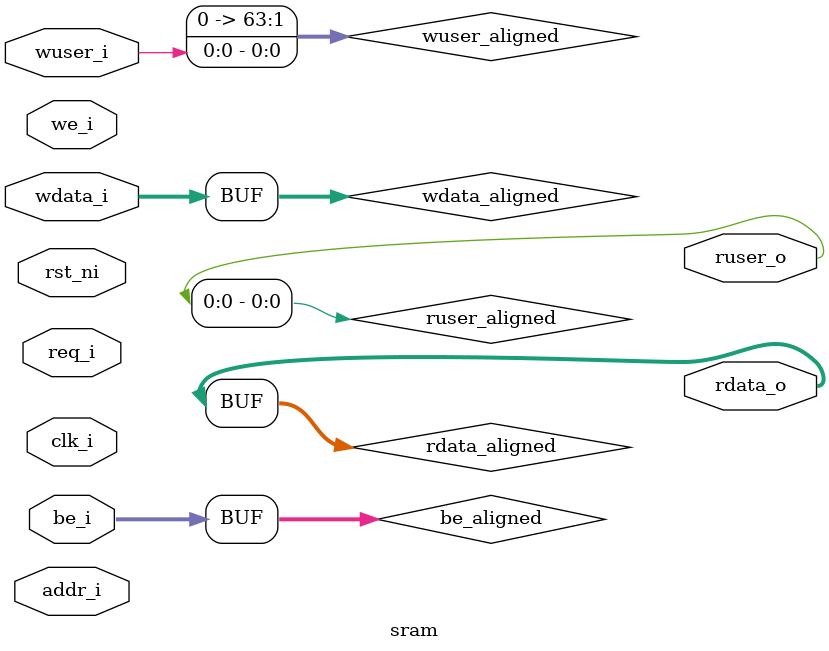
<source format=sv>

module sram #(
    parameter int  DATA_WIDTH = 64,
    parameter int USER_WIDTH = 1,
    parameter int USER_EN    = 0,
    parameter int NUM_WORDS  = 1024,
    parameter int SIM_INIT   = "none",
    parameter int OUT_REGS   = 0     // enables output registers in FPGA macro (read lat = 2)
)(
   input  logic                          clk_i,
   input  logic                          rst_ni,
   input  logic                          req_i,
   input  logic                          we_i,
   input  logic [$clog2(NUM_WORDS)-1:0]  addr_i,
   input  logic [USER_WIDTH-1:0]         wuser_i,
   input  logic [DATA_WIDTH-1:0]         wdata_i,
   input  logic [(DATA_WIDTH+7)/8-1:0]   be_i,
   output logic [USER_WIDTH-1:0]         ruser_o,
   output logic [DATA_WIDTH-1:0]         rdata_o
);

localparam DATA_WIDTH_ALIGNED = ((DATA_WIDTH+63)/64)*64;
localparam USER_WIDTH_ALIGNED = DATA_WIDTH_ALIGNED; // To be fine tuned to reduce memory size
localparam BE_WIDTH_ALIGNED   = (((DATA_WIDTH+7)/8+7)/8)*8;

logic [DATA_WIDTH_ALIGNED-1:0]  wdata_aligned;
logic [USER_WIDTH_ALIGNED-1:0]  wuser_aligned;
logic [BE_WIDTH_ALIGNED-1:0]    be_aligned;
logic [DATA_WIDTH_ALIGNED-1:0]  rdata_aligned;
logic [USER_WIDTH_ALIGNED-1:0]  ruser_aligned;


// align to 64 bits for inferrable macro below
always_comb begin : p_align
    wdata_aligned                    ='0;
    wuser_aligned                    ='0;
    be_aligned                       ='0;
    wdata_aligned[DATA_WIDTH-1:0]    = wdata_i;
    wuser_aligned[USER_WIDTH-1:0]    = wuser_i;
    be_aligned[BE_WIDTH_ALIGNED-1:0] = be_i;

    rdata_o = rdata_aligned[DATA_WIDTH-1:0];
    ruser_o = ruser_aligned[USER_WIDTH-1:0];
end

//genvar k;

//  for(int k = 0; k<(DATA_WIDTH+63)/64; k++) begin : gen_cut
//      // unused byte-enable segments (8bits) are culled by the tool
//      tc_sram_wrapper #(
//        .NumWords(NUM_WORDS),           // Number of Words in data array
//        .DataWidth(64),                 // Data signal width
//        .ByteWidth(32'd8),              // Width of a data byte
//        .NumPorts(32'd1),               // Number of read and write ports
//        .Latency(32'd1),                // Latency when the read data is available
//        .SimInit(SIM_INIT),             // Simulation initialization
//        .PrintSimCfg(1'b0)              // Print configuration
//      ) i_tc_sram_wrapper (
//          .clk_i    ( clk_i                     ),
//          .rst_ni   ( rst_ni                    ),
//          .req_i    ( req_i                     ),
//          .we_i     ( we_i                      ),
//          .be_i     ( be_aligned[k*8 +: 8]      ),
//          .wdata_i  ( wdata_aligned[k*64 +: 64] ),
//          .addr_i   ( addr_i                    ),
//          .rdata_o  ( rdata_aligned[k*64 +: 64] )
//      );
//      if (USER_EN > 0) begin : gen_mem_user
//        tc_sram_wrapper #(
//          .NumWords(NUM_WORDS),           // Number of Words in data array
//          .DataWidth(64),                 // Data signal width
//          .ByteWidth(32'd8),              // Width of a data byte
//          .NumPorts(32'd1),               // Number of read and write ports
//          .Latency(32'd1),                // Latency when the read data is available
//          .SimInit(SIM_INIT),             // Simulation initialization
//          .PrintSimCfg(1'b0)              // Print configuration
//        ) i_tc_sram_wrapper_user (
//            .clk_i    ( clk_i                     ),
//            .rst_ni   ( rst_ni                    ),
//            .req_i    ( req_i                     ),
//            .we_i     ( we_i                      ),
//            .be_i     ( be_aligned[k*8 +: 8]      ),
//            .wdata_i  ( wuser_aligned[k*64 +: 64] ),
//            .addr_i   ( addr_i                    ),
//            .rdata_o  ( ruser_aligned[k*64 +: 64] )
//        );
//      end else begin : gen_mem_user
//          assign ruser_aligned[k*64 +: 64] = '0;
//          // synthesis translate_off
//          begin: i_tc_sram_wrapper_user
//            begin: i_tc_sram
//              localparam type data_t = logic [63:0];
//              data_t init_val [0:0];
//              data_t sram [NUM_WORDS-1:0] /* verilator public_flat */;
//            end
//          end
//          // synthesis translate_on
//      end
//  end
endmodule : sram

</source>
